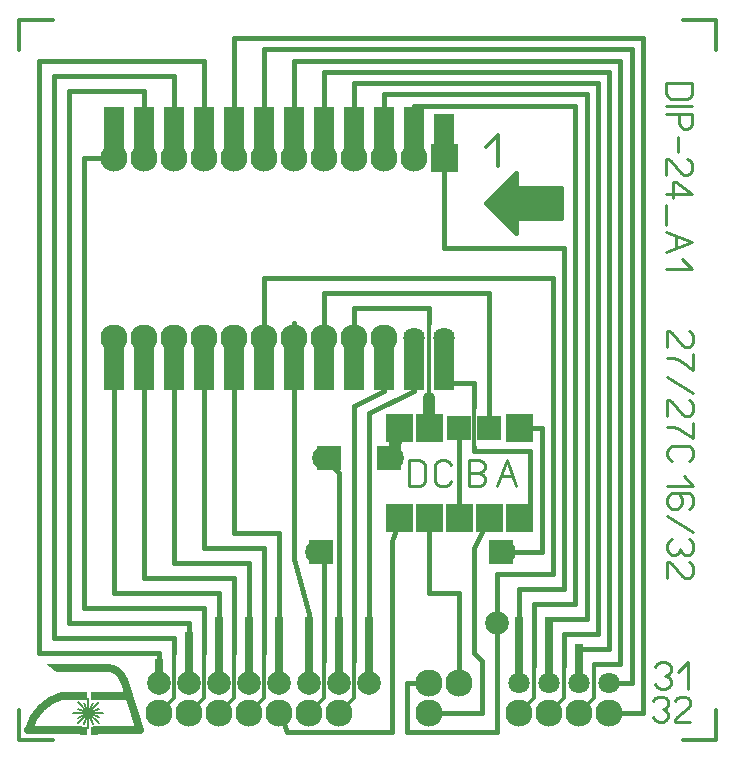
<source format=gbr>
%FSLAX34Y34*%
%MOMM*%
%LNCOPPER_TOP*%
G71*
G01*
%ADD10C, 2.30*%
%ADD11C, 1.80*%
%ADD12C, 0.70*%
%ADD13C, 0.10*%
%ADD14C, 0.18*%
%ADD15C, 0.15*%
%ADD16C, 0.70*%
%ADD17C, 0.28*%
%ADD18C, 0.30*%
%ADD19C, 1.80*%
%ADD20C, 2.30*%
%ADD21C, 2.00*%
%ADD22C, 2.00*%
%ADD23C, 2.00*%
%ADD24C, 1.00*%
%ADD25C, 0.40*%
%ADD26R, 1.80X5.00*%
%ADD27C, 0.27*%
%ADD28C, 0.33*%
%ADD29R, 0.80X5.00*%
%ADD30R, 0.80X3.00*%
%ADD31R, 2.00X2.00*%
%LPD*%
G36*
X382400Y-115500D02*
X359400Y-115500D01*
X359400Y-138500D01*
X382400Y-138500D01*
X382400Y-115500D01*
G37*
X345500Y-127000D02*
G54D10*
D03*
X320100Y-127000D02*
G54D10*
D03*
X294700Y-127000D02*
G54D10*
D03*
X269300Y-127000D02*
G54D10*
D03*
X243900Y-127000D02*
G54D10*
D03*
X218500Y-127000D02*
G54D10*
D03*
X193100Y-127000D02*
G54D10*
D03*
X167700Y-127000D02*
G54D10*
D03*
X142300Y-127000D02*
G54D10*
D03*
X116900Y-127000D02*
G54D10*
D03*
X91500Y-127000D02*
G54D10*
D03*
X370900Y-279400D02*
G54D11*
D03*
X345500Y-279400D02*
G54D11*
D03*
X320100Y-279400D02*
G54D10*
D03*
X294700Y-279400D02*
G54D10*
D03*
X269300Y-279400D02*
G54D10*
D03*
X243900Y-279400D02*
G54D10*
D03*
X218500Y-279400D02*
G54D10*
D03*
X193100Y-279400D02*
G54D10*
D03*
X167700Y-279400D02*
G54D10*
D03*
X142300Y-279400D02*
G54D10*
D03*
X116900Y-279400D02*
G54D10*
D03*
X91500Y-279400D02*
G54D10*
D03*
X294700Y-127000D02*
G54D10*
D03*
G54D12*
X18444Y-611600D02*
X62497Y-611600D01*
G54D12*
G75*
G01X47720Y-582223D02*
G03X19223Y-610720I10430J-38927D01*
G01*
G54D12*
X47812Y-582231D02*
X62894Y-582231D01*
G54D12*
X113694Y-611600D02*
X99406Y-568738D01*
G54D12*
G75*
G01X99639Y-569668D02*
G03X85150Y-558550I-14489J-3882D01*
G01*
G54D12*
X47219Y-558519D02*
X86112Y-558519D01*
G36*
X47700Y-555700D02*
X34900Y-555500D01*
X42300Y-561700D01*
X47500Y-561500D01*
X47700Y-555700D01*
G37*
G54D13*
X47700Y-555700D02*
X34900Y-555500D01*
X42300Y-561700D01*
X47500Y-561500D01*
X47700Y-555700D01*
G54D14*
X69590Y-609564D02*
X69590Y-596864D01*
X69590Y-584164D01*
G54D14*
X69590Y-596864D02*
X56890Y-596864D01*
G54D14*
X69590Y-596864D02*
X82290Y-596864D01*
G54D14*
X69536Y-596782D02*
X60556Y-587802D01*
G54D14*
X69536Y-596782D02*
X78516Y-605763D01*
G54D14*
X69536Y-596782D02*
X60556Y-605763D01*
G54D14*
X69536Y-596782D02*
X78516Y-587802D01*
G54D15*
X69442Y-597018D02*
X78242Y-600664D01*
G54D15*
X69442Y-597018D02*
X60642Y-593373D01*
G54D15*
X69442Y-597018D02*
X65796Y-605818D01*
G54D15*
X69442Y-597018D02*
X73087Y-588218D01*
G54D15*
X69662Y-597133D02*
X78462Y-593488D01*
G54D15*
X69662Y-597133D02*
X60862Y-600778D01*
G54D15*
X69662Y-597133D02*
X73307Y-605933D01*
G54D15*
X69662Y-597133D02*
X66016Y-588333D01*
G54D12*
X103375Y-582231D02*
X75594Y-582231D01*
G36*
X76900Y-579300D02*
X71500Y-579100D01*
X71500Y-585300D01*
X76700Y-585100D01*
X76900Y-579300D01*
G37*
G54D13*
X76900Y-579300D02*
X71500Y-579100D01*
X71500Y-585300D01*
X76700Y-585100D01*
X76900Y-579300D01*
G36*
X67500Y-579300D02*
X62100Y-579100D01*
X62100Y-585300D01*
X67300Y-585100D01*
X67500Y-579300D01*
G37*
G54D13*
X67500Y-579300D02*
X62100Y-579100D01*
X62100Y-585300D01*
X67300Y-585100D01*
X67500Y-579300D01*
X69850Y-596850D02*
G54D16*
D03*
G54D12*
X112900Y-611600D02*
X75197Y-611600D01*
G36*
X76900Y-608700D02*
X71500Y-608500D01*
X71500Y-614700D01*
X76700Y-614500D01*
X76900Y-608700D01*
G37*
G54D13*
X76900Y-608700D02*
X71500Y-608500D01*
X71500Y-614700D01*
X76700Y-614500D01*
X76900Y-608700D01*
G36*
X67500Y-608700D02*
X62100Y-608500D01*
X62100Y-614700D01*
X67300Y-614500D01*
X67500Y-608700D01*
G37*
G54D13*
X67500Y-608700D02*
X62100Y-608500D01*
X62100Y-614700D01*
X67300Y-614500D01*
X67500Y-608700D01*
G54D17*
X559667Y-286842D02*
X559667Y-273509D01*
X561056Y-273509D01*
X563834Y-275175D01*
X572167Y-285175D01*
X574945Y-286842D01*
X577722Y-286842D01*
X580500Y-285175D01*
X581889Y-281842D01*
X581889Y-278509D01*
X580500Y-275175D01*
X577722Y-273509D01*
G54D17*
X581889Y-292909D02*
X581889Y-306242D01*
X579111Y-304575D01*
X574945Y-301242D01*
X569389Y-297909D01*
X565222Y-296242D01*
X559667Y-296242D01*
G54D17*
X559667Y-312309D02*
X581889Y-325642D01*
G54D17*
X559667Y-345042D02*
X559667Y-331709D01*
X561056Y-331708D01*
X563834Y-333375D01*
X572167Y-343375D01*
X574945Y-345042D01*
X577722Y-345042D01*
X580500Y-343375D01*
X581889Y-340042D01*
X581889Y-336709D01*
X580500Y-333375D01*
X577722Y-331709D01*
G54D17*
X581889Y-351109D02*
X581889Y-364442D01*
X579111Y-362775D01*
X574945Y-359442D01*
X569389Y-356109D01*
X565222Y-354442D01*
X559667Y-354442D01*
G54D17*
X563834Y-383842D02*
X561056Y-382175D01*
X559667Y-378842D01*
X559667Y-375509D01*
X561056Y-372175D01*
X563834Y-370509D01*
X577722Y-370508D01*
X580500Y-372175D01*
X581889Y-375508D01*
X581889Y-378842D01*
X580500Y-382175D01*
X577722Y-383842D01*
G54D17*
X573556Y-396309D02*
X581889Y-404642D01*
X559667Y-404642D01*
G54D17*
X577722Y-424042D02*
X580500Y-422375D01*
X581889Y-419042D01*
X581889Y-415709D01*
X580500Y-412375D01*
X577722Y-410709D01*
X570778Y-410708D01*
X569389Y-410709D01*
X572167Y-415709D01*
X572167Y-419042D01*
X570778Y-422375D01*
X568000Y-424042D01*
X563834Y-424042D01*
X561056Y-422375D01*
X559667Y-419042D01*
X559667Y-415709D01*
X561056Y-412375D01*
X563834Y-410709D01*
X570778Y-410708D01*
G54D17*
X559667Y-430109D02*
X581889Y-443442D01*
G54D17*
X577722Y-449509D02*
X580500Y-451175D01*
X581889Y-454509D01*
X581889Y-457842D01*
X580500Y-461175D01*
X577722Y-462842D01*
X574945Y-462842D01*
X572167Y-461175D01*
X570778Y-457842D01*
X569389Y-461175D01*
X566611Y-462842D01*
X563834Y-462842D01*
X561056Y-461175D01*
X559667Y-457842D01*
X559667Y-454509D01*
X561056Y-451175D01*
X563834Y-449509D01*
G54D17*
X559667Y-482242D02*
X559667Y-468909D01*
X561056Y-468908D01*
X563834Y-470575D01*
X572167Y-480575D01*
X574945Y-482242D01*
X577722Y-482242D01*
X580500Y-480575D01*
X581889Y-477242D01*
X581889Y-473909D01*
X580500Y-470575D01*
X577722Y-468909D01*
G54D17*
X558700Y-63909D02*
X580922Y-63909D01*
X580922Y-72242D01*
X579533Y-75575D01*
X576756Y-77242D01*
X562867Y-77242D01*
X560089Y-75575D01*
X558700Y-72242D01*
X558700Y-63909D01*
G54D17*
X558700Y-83309D02*
X580922Y-83309D01*
G54D17*
X558700Y-89409D02*
X580922Y-89409D01*
X580922Y-97742D01*
X579533Y-101075D01*
X576756Y-102742D01*
X573978Y-102742D01*
X571200Y-101075D01*
X569811Y-97742D01*
X569811Y-89409D01*
G54D17*
X568422Y-108809D02*
X568422Y-122142D01*
G54D17*
X558700Y-141542D02*
X558700Y-128209D01*
X560089Y-128209D01*
X562867Y-129875D01*
X571200Y-139875D01*
X573978Y-141542D01*
X576756Y-141542D01*
X579533Y-139875D01*
X580922Y-136542D01*
X580922Y-133209D01*
X579533Y-129875D01*
X576756Y-128209D01*
G54D17*
X558700Y-157609D02*
X580922Y-157609D01*
X567033Y-147609D01*
X564256Y-147609D01*
X564256Y-160942D01*
G54D17*
X558700Y-167009D02*
X558700Y-183675D01*
G54D17*
X558700Y-189809D02*
X580922Y-198142D01*
X558700Y-206475D01*
G54D17*
X567033Y-193142D02*
X567033Y-203142D01*
G54D17*
X572589Y-212609D02*
X580922Y-220942D01*
X558700Y-220942D01*
G54D18*
X601100Y-9850D02*
X572800Y-9850D01*
G54D18*
X11100Y-9850D02*
X11100Y-35450D01*
G54D18*
X11100Y-619850D02*
X39400Y-619850D01*
G54D18*
X601100Y-9850D02*
X601100Y-35450D01*
G54D18*
X601100Y-619850D02*
X601100Y-594250D01*
G54D18*
X601100Y-619850D02*
X572800Y-619850D01*
G54D18*
X11100Y-619850D02*
X11100Y-594250D01*
G54D18*
X11100Y-9850D02*
X39400Y-9850D01*
X510600Y-571500D02*
G54D19*
D03*
X485200Y-571500D02*
G54D19*
D03*
X459800Y-571500D02*
G54D19*
D03*
X434400Y-571500D02*
G54D19*
D03*
X383600Y-571500D02*
G54D20*
D03*
X358200Y-571500D02*
G54D20*
D03*
X307400Y-571500D02*
G54D21*
D03*
X282000Y-571500D02*
G54D21*
D03*
X256600Y-571500D02*
G54D21*
D03*
X231200Y-571500D02*
G54D21*
D03*
X205800Y-571500D02*
G54D21*
D03*
X180400Y-571500D02*
G54D21*
D03*
X155000Y-571500D02*
G54D21*
D03*
X129600Y-571500D02*
G54D21*
D03*
X510600Y-596900D02*
G54D20*
D03*
X485200Y-596900D02*
G54D20*
D03*
X459800Y-596900D02*
G54D20*
D03*
X434400Y-596900D02*
G54D20*
D03*
X358200Y-596900D02*
G54D20*
D03*
X282000Y-596900D02*
G54D20*
D03*
X256600Y-596900D02*
G54D20*
D03*
X231200Y-596900D02*
G54D20*
D03*
X205800Y-596900D02*
G54D20*
D03*
X180400Y-596900D02*
G54D20*
D03*
X155000Y-596900D02*
G54D20*
D03*
X129600Y-596900D02*
G54D20*
D03*
G36*
X445900Y-367100D02*
X422900Y-367100D01*
X422900Y-344100D01*
X445900Y-344100D01*
X445900Y-367100D01*
G37*
G36*
X419000Y-365600D02*
X399000Y-365600D01*
X399000Y-345600D01*
X419000Y-345600D01*
X419000Y-365600D01*
G37*
G36*
X393600Y-365600D02*
X373600Y-365600D01*
X373600Y-345600D01*
X393600Y-345600D01*
X393600Y-365600D01*
G37*
G36*
X369700Y-367100D02*
X346700Y-367100D01*
X346700Y-344100D01*
X369700Y-344100D01*
X369700Y-367100D01*
G37*
G36*
X344300Y-367100D02*
X321300Y-367100D01*
X321300Y-344100D01*
X344300Y-344100D01*
X344300Y-367100D01*
G37*
G36*
X445900Y-443300D02*
X422900Y-443300D01*
X422900Y-420300D01*
X445900Y-420300D01*
X445900Y-443300D01*
G37*
G36*
X420500Y-443300D02*
X397500Y-443300D01*
X397500Y-420300D01*
X420500Y-420300D01*
X420500Y-443300D01*
G37*
G36*
X395100Y-443300D02*
X372100Y-443300D01*
X372100Y-420300D01*
X395100Y-420300D01*
X395100Y-443300D01*
G37*
G36*
X369700Y-443300D02*
X346700Y-443300D01*
X346700Y-420300D01*
X369700Y-420300D01*
X369700Y-443300D01*
G37*
G36*
X344300Y-443300D02*
X321300Y-443300D01*
X321300Y-420300D01*
X344300Y-420300D01*
X344300Y-443300D01*
G37*
X326450Y-381000D02*
G54D22*
D03*
X269300Y-381000D02*
G54D22*
D03*
X421700Y-460400D02*
G54D22*
D03*
X262950Y-460400D02*
G54D22*
D03*
X415350Y-520700D02*
G54D23*
D03*
G54D24*
X326450Y-381000D02*
X332800Y-355600D01*
G54D25*
X383600Y-355600D02*
X383600Y-431800D01*
G54D25*
X370900Y-279400D02*
X370900Y-317500D01*
X396300Y-317500D01*
X396300Y-338138D01*
G54D25*
X269300Y-279400D02*
X269300Y-241300D01*
X409000Y-241300D01*
X409000Y-355600D01*
G54D25*
X294700Y-279400D02*
X294700Y-254000D01*
X358200Y-254000D01*
X358200Y-266700D01*
G54D25*
X434400Y-355600D02*
X453450Y-355600D01*
X453450Y-460375D01*
X421700Y-460375D01*
G54D25*
X383600Y-571500D02*
X383600Y-495300D01*
X358200Y-495300D01*
X358200Y-431800D01*
G54D25*
X358200Y-596900D02*
X370900Y-596900D01*
X402650Y-596900D01*
X402650Y-552450D01*
X396300Y-546100D01*
X396300Y-457200D01*
X409000Y-431800D01*
G54D25*
X415350Y-520700D02*
X415350Y-479425D01*
X462975Y-479425D01*
X462975Y-228600D01*
X218500Y-228600D01*
X218500Y-279400D01*
G54D25*
X434400Y-571500D02*
X434400Y-492125D01*
X472500Y-492125D01*
X472500Y-203200D01*
X370900Y-203200D01*
X370900Y-127000D01*
G54D18*
X434400Y-596900D02*
X447100Y-584200D01*
X447100Y-557212D01*
G54D25*
X459800Y-571500D02*
X459800Y-517525D01*
X491550Y-517525D01*
X491550Y-73025D01*
X320100Y-73025D01*
X320100Y-127000D01*
G54D18*
X459800Y-596900D02*
X472500Y-584200D01*
X472500Y-557212D01*
G54D25*
X485200Y-571500D02*
X485200Y-542925D01*
X510600Y-542925D01*
X510600Y-53975D01*
X269300Y-53975D01*
X269300Y-127000D01*
G54D18*
X485200Y-596900D02*
X497900Y-584200D01*
X497900Y-555625D01*
G54D25*
X510600Y-571500D02*
X529650Y-571500D01*
X529650Y-34925D01*
X218500Y-34925D01*
X218500Y-127000D01*
G54D25*
X510600Y-596900D02*
X539175Y-596900D01*
X539175Y-25400D01*
X193100Y-25400D01*
X193100Y-127000D01*
G54D25*
X307400Y-571500D02*
X307400Y-342900D01*
X345500Y-323850D01*
X345500Y-279400D01*
G54D18*
X282000Y-596900D02*
X294700Y-584200D01*
X294700Y-552450D01*
G54D25*
X282000Y-571500D02*
X282000Y-393700D01*
X269300Y-381000D01*
G54D18*
X256600Y-596900D02*
X269300Y-584200D01*
X269300Y-552450D01*
G54D25*
X256600Y-558800D02*
X256600Y-512762D01*
X243900Y-466725D01*
X243900Y-381000D01*
X243900Y-266700D01*
G54D25*
X231200Y-571500D02*
X231200Y-444500D01*
X193100Y-444500D01*
X193100Y-279400D01*
G54D18*
X205800Y-596900D02*
X218500Y-584200D01*
X218500Y-546100D01*
G54D25*
X205800Y-571500D02*
X205800Y-469900D01*
X142300Y-469900D01*
X142300Y-279400D01*
G54D18*
X180400Y-596900D02*
X193100Y-584200D01*
X193100Y-546100D01*
G54D25*
X180400Y-571500D02*
X180400Y-495300D01*
X91500Y-495300D01*
X91500Y-279400D01*
G54D18*
X155000Y-596900D02*
X167700Y-584200D01*
X167700Y-546100D01*
G54D25*
X155000Y-571500D02*
X155000Y-520700D01*
X53400Y-520700D01*
X53400Y-69850D01*
X116900Y-69850D01*
X116900Y-127000D01*
G54D18*
X129600Y-596900D02*
X142300Y-584200D01*
X142300Y-546100D01*
G54D25*
X167700Y-127000D02*
X167700Y-44450D01*
X28000Y-44450D01*
X28000Y-546100D01*
X129600Y-546100D01*
X129600Y-571500D01*
X370900Y-298450D02*
G54D26*
D03*
X345500Y-298450D02*
G54D26*
D03*
X320100Y-298450D02*
G54D26*
D03*
X294700Y-298450D02*
G54D26*
D03*
X269300Y-298450D02*
G54D26*
D03*
X243900Y-298450D02*
G54D26*
D03*
X218500Y-298450D02*
G54D26*
D03*
X193100Y-298450D02*
G54D26*
D03*
X167700Y-298450D02*
G54D26*
D03*
X142300Y-298450D02*
G54D26*
D03*
X116900Y-298450D02*
G54D26*
D03*
X91500Y-298450D02*
G54D26*
D03*
X294700Y-107950D02*
G54D26*
D03*
X269300Y-107950D02*
G54D26*
D03*
X243900Y-107950D02*
G54D26*
D03*
X218500Y-107950D02*
G54D26*
D03*
X193100Y-107950D02*
G54D26*
D03*
X167700Y-107950D02*
G54D26*
D03*
X320100Y-107950D02*
G54D26*
D03*
X142300Y-107950D02*
G54D26*
D03*
X116900Y-107950D02*
G54D26*
D03*
X91500Y-107950D02*
G54D26*
D03*
X345500Y-107950D02*
G54D26*
D03*
X371094Y-114363D02*
G54D26*
D03*
G54D17*
X549600Y-558294D02*
X551267Y-555517D01*
X554600Y-554128D01*
X557933Y-554128D01*
X561267Y-555517D01*
X562933Y-558294D01*
X562933Y-561072D01*
X561267Y-563850D01*
X557933Y-565239D01*
X561267Y-566628D01*
X562933Y-569406D01*
X562933Y-572183D01*
X561267Y-574961D01*
X557933Y-576350D01*
X554600Y-576350D01*
X551267Y-574961D01*
X549600Y-572183D01*
G54D17*
X569000Y-562461D02*
X577333Y-554128D01*
X577333Y-576350D01*
G54D27*
X547750Y-587142D02*
X549350Y-584475D01*
X552550Y-583142D01*
X555750Y-583142D01*
X558950Y-584475D01*
X560550Y-587142D01*
X560550Y-589808D01*
X558950Y-592475D01*
X555750Y-593808D01*
X558950Y-595142D01*
X560550Y-597808D01*
X560550Y-600475D01*
X558950Y-603142D01*
X555750Y-604475D01*
X552550Y-604475D01*
X549350Y-603142D01*
X547750Y-600475D01*
G54D27*
X579250Y-604475D02*
X566450Y-604475D01*
X566450Y-603142D01*
X568050Y-600475D01*
X577650Y-592475D01*
X579250Y-589808D01*
X579250Y-587142D01*
X577650Y-584475D01*
X574450Y-583142D01*
X571250Y-583142D01*
X568050Y-584475D01*
X566450Y-587142D01*
G54D28*
X406100Y-117433D02*
X416100Y-107433D01*
X416100Y-134100D01*
G54D25*
X415350Y-520700D02*
X415350Y-612775D01*
X339150Y-612775D01*
X339150Y-571500D01*
X358200Y-571500D01*
G54D17*
X340900Y-404900D02*
X340900Y-382678D01*
X349233Y-382678D01*
X352567Y-384067D01*
X354233Y-386844D01*
X354233Y-400733D01*
X352567Y-403511D01*
X349233Y-404900D01*
X340900Y-404900D01*
G54D17*
X376458Y-400733D02*
X374792Y-403511D01*
X371458Y-404900D01*
X368125Y-404900D01*
X364792Y-403511D01*
X363125Y-400733D01*
X363125Y-386844D01*
X364792Y-384067D01*
X368125Y-382678D01*
X371458Y-382678D01*
X374792Y-384067D01*
X376458Y-386844D01*
G54D17*
X391700Y-404900D02*
X391700Y-382678D01*
X400033Y-382678D01*
X403367Y-384067D01*
X405033Y-386844D01*
X405033Y-389622D01*
X403367Y-392400D01*
X400033Y-393789D01*
X403367Y-395178D01*
X405033Y-397956D01*
X405033Y-400733D01*
X403367Y-403511D01*
X400033Y-404900D01*
X391700Y-404900D01*
G54D17*
X391700Y-393789D02*
X400033Y-393789D01*
G54D17*
X415400Y-404900D02*
X423733Y-382678D01*
X432067Y-404900D01*
G54D17*
X418733Y-396567D02*
X428733Y-396567D01*
G54D25*
X231775Y-596900D02*
X238125Y-612775D01*
X327025Y-612775D01*
X327025Y-450850D01*
X333375Y-431800D01*
X205581Y-539750D02*
G54D29*
D03*
X180181Y-539750D02*
G54D29*
D03*
X154781Y-552450D02*
G54D29*
D03*
X230981Y-539750D02*
G54D29*
D03*
X281781Y-539750D02*
G54D29*
D03*
X307181Y-539750D02*
G54D29*
D03*
G54D25*
X167700Y-279400D02*
X167700Y-457200D01*
X218500Y-457200D01*
X218500Y-546100D01*
G54D25*
X116900Y-279400D02*
X116900Y-482600D01*
X193100Y-482600D01*
X193100Y-546100D01*
G54D25*
X91500Y-127000D02*
X66100Y-127000D01*
X66100Y-508000D01*
X167700Y-508000D01*
X167700Y-546100D01*
G54D25*
X142300Y-127000D02*
X142300Y-57150D01*
X40700Y-57150D01*
X40700Y-533400D01*
X142300Y-533400D01*
X142300Y-546100D01*
G54D25*
X269300Y-469900D02*
X269300Y-552450D01*
G54D25*
X320100Y-279400D02*
X320100Y-323850D01*
X294700Y-336550D01*
X294700Y-552450D01*
G54D25*
X345500Y-127000D02*
X345500Y-82550D01*
X482025Y-82550D01*
X482025Y-504825D01*
X447100Y-504825D01*
X447100Y-557212D01*
G54D25*
X294700Y-127000D02*
X294700Y-63500D01*
X501075Y-63500D01*
X501075Y-530225D01*
X472500Y-530225D01*
X472500Y-557212D01*
G54D25*
X243900Y-127000D02*
X243900Y-44450D01*
X520125Y-44450D01*
X520125Y-555625D01*
X497900Y-555625D01*
X256381Y-539750D02*
G54D29*
D03*
X434181Y-539750D02*
G54D29*
D03*
X459581Y-539750D02*
G54D29*
D03*
X484981Y-552450D02*
G54D30*
D03*
X129381Y-565150D02*
G54D30*
D03*
G54D25*
X434400Y-431800D02*
X443925Y-431800D01*
X443925Y-374650D01*
X396300Y-374650D01*
X396300Y-371475D01*
G54D18*
X396300Y-371475D02*
X396300Y-338138D01*
G54D24*
X358200Y-355600D02*
X358200Y-330200D01*
G54D18*
X358200Y-330200D02*
X358200Y-266700D01*
X273050Y-381000D02*
G54D31*
D03*
X266700Y-460375D02*
G54D31*
D03*
X323850Y-381000D02*
G54D31*
D03*
X419100Y-460375D02*
G54D31*
D03*
G54D25*
X469900Y-152400D02*
X431800Y-152400D01*
X431800Y-139700D01*
X406400Y-165100D01*
X431800Y-190500D01*
X431800Y-177800D01*
X469900Y-177800D01*
X469900Y-152400D01*
G36*
X431800Y-139700D02*
X431800Y-152400D01*
X469900Y-152400D01*
X469900Y-177800D01*
X431800Y-177800D01*
X431800Y-190500D01*
X406400Y-165100D01*
X431800Y-139700D01*
G37*
G54D25*
X431800Y-139700D02*
X431800Y-152400D01*
X469900Y-152400D01*
X469900Y-177800D01*
X431800Y-177800D01*
X431800Y-190500D01*
X406400Y-165100D01*
X431800Y-139700D01*
M02*

</source>
